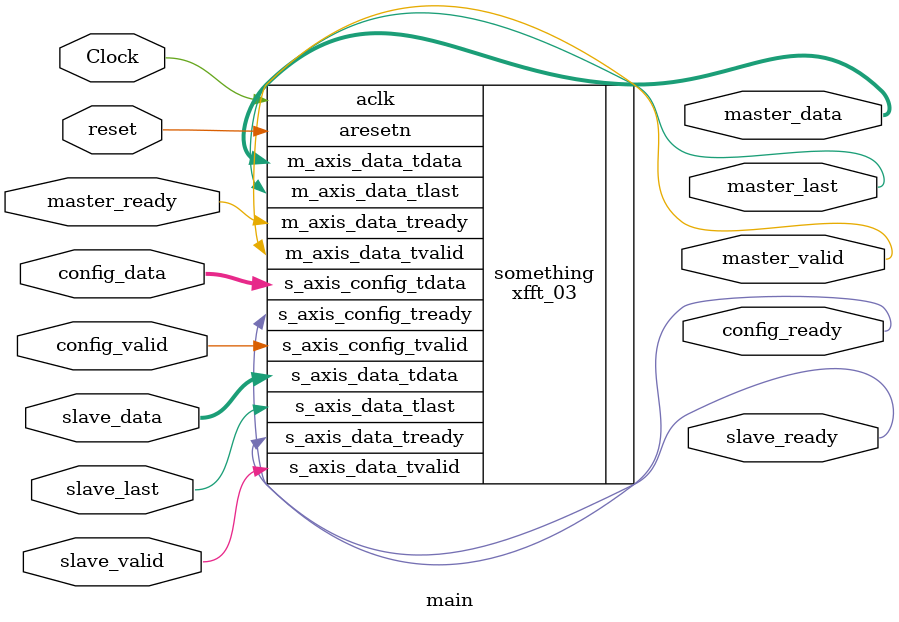
<source format=v>
`timescale 1ns / 1ps


module main(

    input Clock,
    input reset,
    input [63:0] slave_data,
    output [63:0] master_data,
    input [7:0] config_data,
    input config_valid,
    input slave_valid,
    input slave_last,
    input master_ready,
    output config_ready,
    output slave_ready,
    output master_valid,
    output master_last

    );

    xfft_03 something (
        .aclk(Clock),                                                // input wire aclk
        .aresetn(reset),                                          // input wire aresetn
        .s_axis_config_tdata(config_data),                  // input wire [7 : 0] s_axis_config_tdata
        .s_axis_config_tvalid(config_valid),                // input wire s_axis_config_tvalid
        .s_axis_config_tready(config_ready),                // output wire s_axis_config_tready
        .s_axis_data_tdata(slave_data),                      // input wire [63 : 0] s_axis_data_tdata
        .s_axis_data_tvalid(slave_valid),                    // input wire s_axis_data_tvalid
        .s_axis_data_tready(slave_ready),                    // output wire s_axis_data_tready
        .s_axis_data_tlast(slave_last),                      // input wire s_axis_data_tlast
        .m_axis_data_tdata(master_data),                      // output wire [63 : 0] m_axis_data_tdata
        .m_axis_data_tvalid(master_valid),                    // output wire m_axis_data_tvalid
        .m_axis_data_tready(master_ready),                    // input wire m_axis_data_tready
        .m_axis_data_tlast(master_last)                      // output wire m_axis_data_tlast
    );

endmodule

</source>
